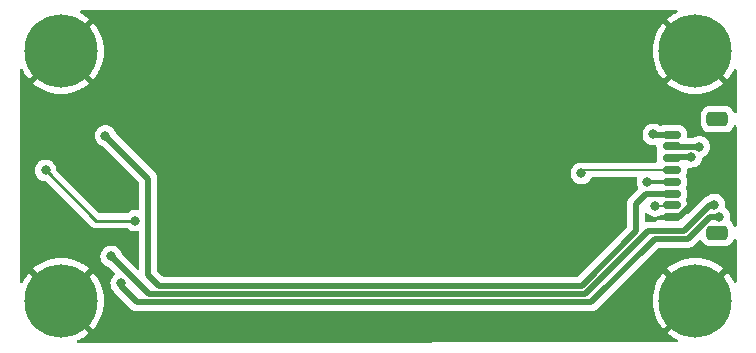
<source format=gbr>
G04 #@! TF.GenerationSoftware,KiCad,Pcbnew,(6.0.1-0)*
G04 #@! TF.CreationDate,2022-02-08T22:38:27+01:00*
G04 #@! TF.ProjectId,U:I WS,553a4920-5753-42e6-9b69-6361645f7063,rev?*
G04 #@! TF.SameCoordinates,Original*
G04 #@! TF.FileFunction,Copper,L2,Bot*
G04 #@! TF.FilePolarity,Positive*
%FSLAX46Y46*%
G04 Gerber Fmt 4.6, Leading zero omitted, Abs format (unit mm)*
G04 Created by KiCad (PCBNEW (6.0.1-0)) date 2022-02-08 22:38:27*
%MOMM*%
%LPD*%
G01*
G04 APERTURE LIST*
G04 Aperture macros list*
%AMRoundRect*
0 Rectangle with rounded corners*
0 $1 Rounding radius*
0 $2 $3 $4 $5 $6 $7 $8 $9 X,Y pos of 4 corners*
0 Add a 4 corners polygon primitive as box body*
4,1,4,$2,$3,$4,$5,$6,$7,$8,$9,$2,$3,0*
0 Add four circle primitives for the rounded corners*
1,1,$1+$1,$2,$3*
1,1,$1+$1,$4,$5*
1,1,$1+$1,$6,$7*
1,1,$1+$1,$8,$9*
0 Add four rect primitives between the rounded corners*
20,1,$1+$1,$2,$3,$4,$5,0*
20,1,$1+$1,$4,$5,$6,$7,0*
20,1,$1+$1,$6,$7,$8,$9,0*
20,1,$1+$1,$8,$9,$2,$3,0*%
G04 Aperture macros list end*
G04 #@! TA.AperFunction,ComponentPad*
%ADD10C,6.200000*%
G04 #@! TD*
G04 #@! TA.AperFunction,SMDPad,CuDef*
%ADD11RoundRect,0.150000X-0.625000X0.150000X-0.625000X-0.150000X0.625000X-0.150000X0.625000X0.150000X0*%
G04 #@! TD*
G04 #@! TA.AperFunction,SMDPad,CuDef*
%ADD12RoundRect,0.249600X-0.650400X0.350400X-0.650400X-0.350400X0.650400X-0.350400X0.650400X0.350400X0*%
G04 #@! TD*
G04 #@! TA.AperFunction,ViaPad*
%ADD13C,0.800000*%
G04 #@! TD*
G04 #@! TA.AperFunction,Conductor*
%ADD14C,0.500000*%
G04 #@! TD*
G04 #@! TA.AperFunction,Conductor*
%ADD15C,0.250000*%
G04 #@! TD*
G04 #@! TA.AperFunction,Conductor*
%ADD16C,0.200000*%
G04 #@! TD*
G04 #@! TA.AperFunction,Conductor*
%ADD17C,0.300000*%
G04 #@! TD*
G04 APERTURE END LIST*
D10*
X99450000Y-59300000D03*
X99450000Y-80429366D03*
X45759366Y-59300000D03*
X45759366Y-80429366D03*
D11*
X97450000Y-66364683D03*
X97450000Y-67364683D03*
X97450000Y-68364683D03*
X97450000Y-69364683D03*
X97450000Y-70364683D03*
X97450000Y-71364683D03*
X97450000Y-72364683D03*
X97450000Y-73364683D03*
D12*
X101325000Y-65064683D03*
X101325000Y-74664683D03*
D13*
X49326800Y-70840600D03*
X49631600Y-75184000D03*
X99350000Y-71800000D03*
X99300000Y-70700000D03*
X99250000Y-69550000D03*
X95900000Y-66350000D03*
X44450000Y-69400000D03*
X52050000Y-73650000D03*
X89800000Y-69640183D03*
X96050000Y-72400000D03*
X101500000Y-73300000D03*
X50850800Y-78943200D03*
X99800000Y-67400000D03*
X49504600Y-66471800D03*
X50001300Y-76682600D03*
X99100000Y-68300000D03*
X101050500Y-72300000D03*
X95400000Y-70400000D03*
D14*
X97450000Y-73364683D02*
X98072849Y-73364683D01*
X99350000Y-72087532D02*
X99350000Y-71800000D01*
X99300000Y-70600000D02*
X99300000Y-69400000D01*
X99300000Y-69400000D02*
X99250000Y-69350000D01*
X98072849Y-73364683D02*
X99350000Y-72087532D01*
X95914683Y-66364683D02*
X95900000Y-66350000D01*
X97450000Y-66364683D02*
X95914683Y-66364683D01*
D15*
X52050000Y-73650000D02*
X48700000Y-73650000D01*
X48700000Y-73650000D02*
X44450000Y-69400000D01*
D16*
X90075500Y-69364683D02*
X97450000Y-69364683D01*
X89800000Y-69640183D02*
X90075500Y-69364683D01*
X96050000Y-72400000D02*
X97414683Y-72400000D01*
X97414683Y-72400000D02*
X97450000Y-72364683D01*
D14*
X100700179Y-73300000D02*
X98800179Y-75200000D01*
X90656600Y-80543400D02*
X96000000Y-75200000D01*
X99800000Y-67400000D02*
X97485317Y-67400000D01*
X50850800Y-79222600D02*
X52171600Y-80543400D01*
X96000000Y-75200000D02*
X96800000Y-75200000D01*
X101500000Y-73300000D02*
X100700179Y-73300000D01*
X50850800Y-78943200D02*
X50850800Y-79222600D01*
X98800179Y-75200000D02*
X96800000Y-75200000D01*
X52171600Y-80543400D02*
X90656600Y-80543400D01*
X97485317Y-67400000D02*
X97450000Y-67364683D01*
X53150000Y-78250000D02*
X54044360Y-79144360D01*
X54044360Y-79144360D02*
X89819100Y-79144360D01*
X53150000Y-70117200D02*
X53150000Y-78250000D01*
X49504600Y-66471800D02*
X53150000Y-70117200D01*
X94400000Y-72250000D02*
X95285317Y-71364683D01*
X95285317Y-71364683D02*
X97450000Y-71364683D01*
X94400000Y-74563460D02*
X94400000Y-72250000D01*
X89819100Y-79144360D02*
X94400000Y-74563460D01*
X53162580Y-79843880D02*
X50001300Y-76682600D01*
X90108850Y-79843880D02*
X53162580Y-79843880D01*
X101050500Y-72300000D02*
X100710909Y-72300000D01*
X99100000Y-68300000D02*
X97514683Y-68300000D01*
X100710909Y-72300000D02*
X98510429Y-74500480D01*
X95452250Y-74500480D02*
X90108850Y-79843880D01*
X98510429Y-74500480D02*
X95452250Y-74500480D01*
X97514683Y-68300000D02*
X97450000Y-68364683D01*
D17*
X95435317Y-70364683D02*
X95400000Y-70400000D01*
X97450000Y-70364683D02*
X95435317Y-70364683D01*
G04 #@! TA.AperFunction,Conductor*
G36*
X97899426Y-55828002D02*
G01*
X97945919Y-55881658D01*
X97956023Y-55951932D01*
X97926529Y-56016512D01*
X97888508Y-56046267D01*
X97646467Y-56169594D01*
X97640756Y-56172891D01*
X97329136Y-56375259D01*
X97323785Y-56379147D01*
X97097270Y-56562576D01*
X97088802Y-56574834D01*
X97095135Y-56585924D01*
X99450000Y-58940790D01*
X102163212Y-61654001D01*
X102176285Y-61661140D01*
X102186655Y-61653681D01*
X102370853Y-61426215D01*
X102374741Y-61420864D01*
X102577109Y-61109244D01*
X102580406Y-61103534D01*
X102703733Y-60861491D01*
X102752481Y-60809876D01*
X102821396Y-60792810D01*
X102888598Y-60815711D01*
X102932750Y-60871308D01*
X102942000Y-60918694D01*
X102942000Y-64440226D01*
X102921998Y-64508347D01*
X102868342Y-64554840D01*
X102798068Y-64564944D01*
X102733488Y-64535450D01*
X102696476Y-64480102D01*
X102668900Y-64397448D01*
X102666585Y-64390508D01*
X102573563Y-64240185D01*
X102448453Y-64115294D01*
X102297968Y-64022534D01*
X102291019Y-64020229D01*
X102136711Y-63969046D01*
X102136709Y-63969045D01*
X102130180Y-63966880D01*
X102025773Y-63956183D01*
X101330404Y-63956183D01*
X100624228Y-63956184D01*
X100620984Y-63956521D01*
X100620976Y-63956521D01*
X100574968Y-63961295D01*
X100518516Y-63967152D01*
X100350825Y-64023098D01*
X100200502Y-64116120D01*
X100075611Y-64241230D01*
X99982851Y-64391715D01*
X99927197Y-64559503D01*
X99916500Y-64663910D01*
X99916501Y-65465455D01*
X99927469Y-65571167D01*
X99983415Y-65738858D01*
X100076437Y-65889181D01*
X100201547Y-66014072D01*
X100352032Y-66106832D01*
X100358980Y-66109137D01*
X100358981Y-66109137D01*
X100513289Y-66160320D01*
X100513291Y-66160321D01*
X100519820Y-66162486D01*
X100624227Y-66173183D01*
X101319596Y-66173183D01*
X102025772Y-66173182D01*
X102029016Y-66172845D01*
X102029024Y-66172845D01*
X102075032Y-66168071D01*
X102131484Y-66162214D01*
X102299175Y-66106268D01*
X102449498Y-66013246D01*
X102574389Y-65888136D01*
X102667149Y-65737651D01*
X102696407Y-65649443D01*
X102736838Y-65591083D01*
X102802403Y-65563847D01*
X102872284Y-65576381D01*
X102924296Y-65624706D01*
X102942000Y-65689111D01*
X102942000Y-74040226D01*
X102921998Y-74108347D01*
X102868342Y-74154840D01*
X102798068Y-74164944D01*
X102733488Y-74135450D01*
X102696476Y-74080102D01*
X102668900Y-73997448D01*
X102666585Y-73990508D01*
X102573563Y-73840185D01*
X102448453Y-73715294D01*
X102441236Y-73710846D01*
X102426026Y-73701469D01*
X102378533Y-73648696D01*
X102367111Y-73578625D01*
X102372310Y-73555274D01*
X102391502Y-73496206D01*
X102393542Y-73489928D01*
X102413504Y-73300000D01*
X102402342Y-73193803D01*
X102394232Y-73116635D01*
X102394232Y-73116633D01*
X102393542Y-73110072D01*
X102334527Y-72928444D01*
X102239040Y-72763056D01*
X102111253Y-72621134D01*
X102052870Y-72578716D01*
X102001946Y-72541717D01*
X101958592Y-72485494D01*
X101950697Y-72426611D01*
X101963314Y-72306565D01*
X101964004Y-72300000D01*
X101950420Y-72170755D01*
X101944732Y-72116635D01*
X101944732Y-72116633D01*
X101944042Y-72110072D01*
X101885027Y-71928444D01*
X101789540Y-71763056D01*
X101775859Y-71747861D01*
X101666175Y-71626045D01*
X101666174Y-71626044D01*
X101661753Y-71621134D01*
X101507252Y-71508882D01*
X101501224Y-71506198D01*
X101501222Y-71506197D01*
X101338819Y-71433891D01*
X101338818Y-71433891D01*
X101332788Y-71431206D01*
X101239387Y-71411353D01*
X101152444Y-71392872D01*
X101152439Y-71392872D01*
X101145987Y-71391500D01*
X100955013Y-71391500D01*
X100948561Y-71392872D01*
X100948556Y-71392872D01*
X100861613Y-71411353D01*
X100768212Y-71431206D01*
X100762182Y-71433891D01*
X100762181Y-71433891D01*
X100599778Y-71506197D01*
X100599776Y-71506198D01*
X100593748Y-71508882D01*
X100534696Y-71551786D01*
X100503631Y-71568287D01*
X100466585Y-71581735D01*
X100462507Y-71583135D01*
X100393010Y-71605648D01*
X100386755Y-71609444D01*
X100381296Y-71611943D01*
X100375848Y-71614671D01*
X100368972Y-71617167D01*
X100307919Y-71657195D01*
X100304236Y-71659519D01*
X100246595Y-71694496D01*
X100246591Y-71694499D01*
X100241802Y-71697405D01*
X100237603Y-71701114D01*
X100237598Y-71701117D01*
X100233425Y-71704803D01*
X100233401Y-71704776D01*
X100230409Y-71707429D01*
X100227176Y-71710132D01*
X100221057Y-71714144D01*
X100216025Y-71719456D01*
X100167781Y-71770383D01*
X100165403Y-71772825D01*
X98902606Y-73035622D01*
X98840294Y-73069648D01*
X98769479Y-73064583D01*
X98712643Y-73022036D01*
X98692515Y-72981682D01*
X98685895Y-72958899D01*
X98679648Y-72944462D01*
X98670689Y-72929313D01*
X98653230Y-72860497D01*
X98670690Y-72801035D01*
X98684145Y-72778284D01*
X98691547Y-72752808D01*
X98728767Y-72624691D01*
X98730562Y-72618514D01*
X98732318Y-72596213D01*
X98733307Y-72583641D01*
X98733307Y-72583633D01*
X98733500Y-72581185D01*
X98733500Y-72148181D01*
X98730562Y-72110852D01*
X98684145Y-71951082D01*
X98674474Y-71934729D01*
X98670980Y-71928820D01*
X98653522Y-71860004D01*
X98670980Y-71800546D01*
X98680109Y-71785109D01*
X98680110Y-71785107D01*
X98684145Y-71778284D01*
X98686362Y-71770655D01*
X98728767Y-71624691D01*
X98730562Y-71618514D01*
X98731080Y-71611943D01*
X98733307Y-71583641D01*
X98733307Y-71583633D01*
X98733500Y-71581185D01*
X98733500Y-71148181D01*
X98730562Y-71110852D01*
X98684145Y-70951082D01*
X98680109Y-70944257D01*
X98670980Y-70928820D01*
X98653522Y-70860004D01*
X98670980Y-70800546D01*
X98680109Y-70785109D01*
X98680110Y-70785107D01*
X98684145Y-70778284D01*
X98730562Y-70618514D01*
X98733500Y-70581185D01*
X98733500Y-70148181D01*
X98733307Y-70145725D01*
X98731067Y-70117262D01*
X98731066Y-70117257D01*
X98730562Y-70110852D01*
X98694635Y-69987190D01*
X98686357Y-69958695D01*
X98686356Y-69958693D01*
X98684145Y-69951082D01*
X98680109Y-69944257D01*
X98670980Y-69928820D01*
X98653522Y-69860004D01*
X98670980Y-69800546D01*
X98680109Y-69785109D01*
X98680110Y-69785107D01*
X98684145Y-69778284D01*
X98730562Y-69618514D01*
X98733500Y-69581185D01*
X98733500Y-69306492D01*
X98753502Y-69238371D01*
X98807158Y-69191878D01*
X98877432Y-69181774D01*
X98885697Y-69183245D01*
X98998056Y-69207128D01*
X98998061Y-69207128D01*
X99004513Y-69208500D01*
X99195487Y-69208500D01*
X99201939Y-69207128D01*
X99201944Y-69207128D01*
X99288888Y-69188647D01*
X99382288Y-69168794D01*
X99529528Y-69103239D01*
X99550722Y-69093803D01*
X99550724Y-69093802D01*
X99556752Y-69091118D01*
X99711253Y-68978866D01*
X99727054Y-68961317D01*
X99834621Y-68841852D01*
X99834622Y-68841851D01*
X99839040Y-68836944D01*
X99934527Y-68671556D01*
X99993542Y-68489928D01*
X100005994Y-68371456D01*
X100033007Y-68305799D01*
X100083295Y-68271055D01*
X100082288Y-68268794D01*
X100250722Y-68193803D01*
X100250724Y-68193802D01*
X100256752Y-68191118D01*
X100411253Y-68078866D01*
X100415675Y-68073955D01*
X100534621Y-67941852D01*
X100534622Y-67941851D01*
X100539040Y-67936944D01*
X100634527Y-67771556D01*
X100693542Y-67589928D01*
X100694721Y-67578716D01*
X100712814Y-67406565D01*
X100713504Y-67400000D01*
X100703280Y-67302722D01*
X100694232Y-67216635D01*
X100694232Y-67216633D01*
X100693542Y-67210072D01*
X100634527Y-67028444D01*
X100539040Y-66863056D01*
X100411253Y-66721134D01*
X100301647Y-66641500D01*
X100262094Y-66612763D01*
X100262093Y-66612762D01*
X100256752Y-66608882D01*
X100250724Y-66606198D01*
X100250722Y-66606197D01*
X100088319Y-66533891D01*
X100088318Y-66533891D01*
X100082288Y-66531206D01*
X99988887Y-66511353D01*
X99901944Y-66492872D01*
X99901939Y-66492872D01*
X99895487Y-66491500D01*
X99704513Y-66491500D01*
X99698061Y-66492872D01*
X99698056Y-66492872D01*
X99611113Y-66511353D01*
X99517712Y-66531206D01*
X99511682Y-66533891D01*
X99511681Y-66533891D01*
X99349278Y-66606197D01*
X99349276Y-66606198D01*
X99343248Y-66608882D01*
X99337909Y-66612761D01*
X99337902Y-66612765D01*
X99331472Y-66617437D01*
X99257413Y-66641500D01*
X98859500Y-66641500D01*
X98791379Y-66621498D01*
X98744886Y-66567842D01*
X98733500Y-66515500D01*
X98733500Y-66148181D01*
X98730562Y-66110852D01*
X98684145Y-65951082D01*
X98643859Y-65882962D01*
X98603491Y-65814703D01*
X98603489Y-65814700D01*
X98599453Y-65807876D01*
X98481807Y-65690230D01*
X98474983Y-65686194D01*
X98474980Y-65686192D01*
X98345427Y-65609575D01*
X98345428Y-65609575D01*
X98338601Y-65605538D01*
X98330990Y-65603327D01*
X98330988Y-65603326D01*
X98257991Y-65582119D01*
X98178831Y-65559121D01*
X98172426Y-65558617D01*
X98172421Y-65558616D01*
X98143958Y-65556376D01*
X98143950Y-65556376D01*
X98141502Y-65556183D01*
X96758498Y-65556183D01*
X96756050Y-65556376D01*
X96756042Y-65556376D01*
X96727579Y-65558616D01*
X96727574Y-65558617D01*
X96721169Y-65559121D01*
X96714993Y-65560915D01*
X96714989Y-65560916D01*
X96576398Y-65601180D01*
X96541246Y-65606183D01*
X96462796Y-65606183D01*
X96388735Y-65582119D01*
X96362094Y-65562763D01*
X96362093Y-65562762D01*
X96356752Y-65558882D01*
X96350724Y-65556198D01*
X96350722Y-65556197D01*
X96188319Y-65483891D01*
X96188318Y-65483891D01*
X96182288Y-65481206D01*
X96088888Y-65461353D01*
X96001944Y-65442872D01*
X96001939Y-65442872D01*
X95995487Y-65441500D01*
X95804513Y-65441500D01*
X95798061Y-65442872D01*
X95798056Y-65442872D01*
X95711112Y-65461353D01*
X95617712Y-65481206D01*
X95611682Y-65483891D01*
X95611681Y-65483891D01*
X95449278Y-65556197D01*
X95449276Y-65556198D01*
X95443248Y-65558882D01*
X95288747Y-65671134D01*
X95284326Y-65676044D01*
X95284325Y-65676045D01*
X95222168Y-65745078D01*
X95160960Y-65813056D01*
X95065473Y-65978444D01*
X95006458Y-66160072D01*
X95005768Y-66166633D01*
X95005768Y-66166635D01*
X95005114Y-66172855D01*
X94986496Y-66350000D01*
X94987186Y-66356565D01*
X95003891Y-66515500D01*
X95006458Y-66539928D01*
X95065473Y-66721556D01*
X95160960Y-66886944D01*
X95165378Y-66891851D01*
X95165379Y-66891852D01*
X95270629Y-67008744D01*
X95288747Y-67028866D01*
X95443248Y-67141118D01*
X95449276Y-67143802D01*
X95449278Y-67143803D01*
X95584021Y-67203794D01*
X95617712Y-67218794D01*
X95711112Y-67238647D01*
X95798056Y-67257128D01*
X95798061Y-67257128D01*
X95804513Y-67258500D01*
X95995487Y-67258500D01*
X96001942Y-67257128D01*
X96001951Y-67257127D01*
X96014306Y-67254501D01*
X96085097Y-67259904D01*
X96141728Y-67302722D01*
X96166221Y-67369361D01*
X96166500Y-67377748D01*
X96166500Y-67581185D01*
X96169438Y-67618514D01*
X96215855Y-67778284D01*
X96219890Y-67785107D01*
X96219891Y-67785109D01*
X96229020Y-67800546D01*
X96246478Y-67869362D01*
X96229020Y-67928820D01*
X96219891Y-67944257D01*
X96215855Y-67951082D01*
X96169438Y-68110852D01*
X96166500Y-68148181D01*
X96166500Y-68581185D01*
X96166693Y-68583633D01*
X96166693Y-68583641D01*
X96169438Y-68618514D01*
X96166920Y-68618712D01*
X96160673Y-68678128D01*
X96116255Y-68733514D01*
X96044152Y-68756183D01*
X90123636Y-68756183D01*
X90107193Y-68755105D01*
X90075500Y-68750933D01*
X90041728Y-68755379D01*
X89999089Y-68753704D01*
X89970402Y-68747606D01*
X89901944Y-68733055D01*
X89901940Y-68733055D01*
X89895487Y-68731683D01*
X89704513Y-68731683D01*
X89698061Y-68733055D01*
X89698056Y-68733055D01*
X89613949Y-68750933D01*
X89517712Y-68771389D01*
X89511682Y-68774074D01*
X89511681Y-68774074D01*
X89349278Y-68846380D01*
X89349276Y-68846381D01*
X89343248Y-68849065D01*
X89188747Y-68961317D01*
X89184326Y-68966227D01*
X89184325Y-68966228D01*
X89122647Y-69034729D01*
X89060960Y-69103239D01*
X88965473Y-69268627D01*
X88906458Y-69450255D01*
X88886496Y-69640183D01*
X88887186Y-69646748D01*
X88903952Y-69806264D01*
X88906458Y-69830111D01*
X88965473Y-70011739D01*
X88968776Y-70017461D01*
X88968777Y-70017462D01*
X88984499Y-70044693D01*
X89060960Y-70177127D01*
X89065378Y-70182034D01*
X89065379Y-70182035D01*
X89178013Y-70307128D01*
X89188747Y-70319049D01*
X89343248Y-70431301D01*
X89349276Y-70433985D01*
X89349278Y-70433986D01*
X89511681Y-70506292D01*
X89517712Y-70508977D01*
X89611112Y-70528830D01*
X89698056Y-70547311D01*
X89698061Y-70547311D01*
X89704513Y-70548683D01*
X89895487Y-70548683D01*
X89901939Y-70547311D01*
X89901944Y-70547311D01*
X89988888Y-70528830D01*
X90082288Y-70508977D01*
X90088319Y-70506292D01*
X90250722Y-70433986D01*
X90250724Y-70433985D01*
X90256752Y-70431301D01*
X90411253Y-70319049D01*
X90421987Y-70307128D01*
X90534621Y-70182035D01*
X90534622Y-70182034D01*
X90539040Y-70177127D01*
X90620414Y-70036183D01*
X90671796Y-69987190D01*
X90729533Y-69973183D01*
X94410004Y-69973183D01*
X94478125Y-69993185D01*
X94524618Y-70046841D01*
X94534722Y-70117115D01*
X94529837Y-70138119D01*
X94506458Y-70210072D01*
X94486496Y-70400000D01*
X94487186Y-70406565D01*
X94505280Y-70578716D01*
X94506458Y-70589928D01*
X94565473Y-70771556D01*
X94568776Y-70777278D01*
X94568777Y-70777279D01*
X94605084Y-70840164D01*
X94621822Y-70909159D01*
X94598602Y-70976251D01*
X94585060Y-70992259D01*
X93911089Y-71666230D01*
X93896677Y-71678616D01*
X93885082Y-71687149D01*
X93885077Y-71687154D01*
X93879182Y-71691492D01*
X93874443Y-71697070D01*
X93874440Y-71697073D01*
X93844965Y-71731768D01*
X93838035Y-71739284D01*
X93832340Y-71744979D01*
X93830060Y-71747861D01*
X93814719Y-71767251D01*
X93811928Y-71770655D01*
X93786534Y-71800546D01*
X93764667Y-71826285D01*
X93761339Y-71832801D01*
X93757972Y-71837850D01*
X93754805Y-71842979D01*
X93750266Y-71848716D01*
X93719345Y-71914875D01*
X93717442Y-71918769D01*
X93684231Y-71983808D01*
X93682492Y-71990916D01*
X93680393Y-71996559D01*
X93678476Y-72002322D01*
X93675378Y-72008950D01*
X93673888Y-72016112D01*
X93673888Y-72016113D01*
X93660514Y-72080412D01*
X93659544Y-72084696D01*
X93642192Y-72155610D01*
X93641500Y-72166764D01*
X93641464Y-72166762D01*
X93641225Y-72170755D01*
X93640851Y-72174947D01*
X93639360Y-72182115D01*
X93639558Y-72189432D01*
X93641454Y-72259521D01*
X93641500Y-72262928D01*
X93641500Y-74197089D01*
X93621498Y-74265210D01*
X93604595Y-74286184D01*
X89541824Y-78348955D01*
X89479512Y-78382981D01*
X89452729Y-78385860D01*
X54410731Y-78385860D01*
X54342610Y-78365858D01*
X54321636Y-78348955D01*
X53945405Y-77972724D01*
X53911379Y-77910412D01*
X53908500Y-77883629D01*
X53908500Y-70184269D01*
X53909933Y-70165318D01*
X53912099Y-70151083D01*
X53912099Y-70151081D01*
X53913199Y-70143851D01*
X53911037Y-70117262D01*
X53908915Y-70091182D01*
X53908500Y-70080967D01*
X53908500Y-70072907D01*
X53905211Y-70044693D01*
X53904778Y-70040318D01*
X53899454Y-69974861D01*
X53899453Y-69974858D01*
X53898860Y-69967563D01*
X53896604Y-69960599D01*
X53895413Y-69954640D01*
X53894029Y-69948785D01*
X53893182Y-69941519D01*
X53868265Y-69872873D01*
X53866848Y-69868745D01*
X53846607Y-69806264D01*
X53846606Y-69806262D01*
X53844351Y-69799301D01*
X53840555Y-69793046D01*
X53838049Y-69787572D01*
X53835330Y-69782142D01*
X53832833Y-69775263D01*
X53792814Y-69714224D01*
X53790467Y-69710505D01*
X53752595Y-69648093D01*
X53745197Y-69639716D01*
X53745224Y-69639692D01*
X53742571Y-69636700D01*
X53739868Y-69633467D01*
X53735856Y-69627348D01*
X53679617Y-69574072D01*
X53677175Y-69571694D01*
X50424725Y-66319244D01*
X50393987Y-66269085D01*
X50362827Y-66173183D01*
X50339127Y-66100244D01*
X50243640Y-65934856D01*
X50196915Y-65882962D01*
X50120275Y-65797845D01*
X50120274Y-65797844D01*
X50115853Y-65792934D01*
X49974494Y-65690230D01*
X49966694Y-65684563D01*
X49966693Y-65684562D01*
X49961352Y-65680682D01*
X49955324Y-65677998D01*
X49955322Y-65677997D01*
X49792919Y-65605691D01*
X49792918Y-65605691D01*
X49786888Y-65603006D01*
X49688623Y-65582119D01*
X49606544Y-65564672D01*
X49606539Y-65564672D01*
X49600087Y-65563300D01*
X49409113Y-65563300D01*
X49402661Y-65564672D01*
X49402656Y-65564672D01*
X49320577Y-65582119D01*
X49222312Y-65603006D01*
X49216282Y-65605691D01*
X49216281Y-65605691D01*
X49053878Y-65677997D01*
X49053876Y-65677998D01*
X49047848Y-65680682D01*
X49042507Y-65684562D01*
X49042506Y-65684563D01*
X49034706Y-65690230D01*
X48893347Y-65792934D01*
X48888926Y-65797844D01*
X48888925Y-65797845D01*
X48812286Y-65882962D01*
X48765560Y-65934856D01*
X48670073Y-66100244D01*
X48611058Y-66281872D01*
X48610368Y-66288433D01*
X48610368Y-66288435D01*
X48591786Y-66465235D01*
X48591096Y-66471800D01*
X48591786Y-66478365D01*
X48605912Y-66612763D01*
X48611058Y-66661728D01*
X48670073Y-66843356D01*
X48765560Y-67008744D01*
X48769978Y-67013651D01*
X48769979Y-67013652D01*
X48888925Y-67145755D01*
X48893347Y-67150666D01*
X49047848Y-67262918D01*
X49053876Y-67265602D01*
X49053878Y-67265603D01*
X49216281Y-67337909D01*
X49222312Y-67340594D01*
X49228767Y-67341966D01*
X49228776Y-67341969D01*
X49285372Y-67353999D01*
X49348269Y-67388150D01*
X52354595Y-70394476D01*
X52388621Y-70456788D01*
X52391500Y-70483571D01*
X52391500Y-72638194D01*
X52371498Y-72706315D01*
X52317842Y-72752808D01*
X52247568Y-72762912D01*
X52239303Y-72761441D01*
X52151944Y-72742872D01*
X52151939Y-72742872D01*
X52145487Y-72741500D01*
X51954513Y-72741500D01*
X51948061Y-72742872D01*
X51948056Y-72742872D01*
X51861113Y-72761353D01*
X51767712Y-72781206D01*
X51761682Y-72783891D01*
X51761681Y-72783891D01*
X51599278Y-72856197D01*
X51599276Y-72856198D01*
X51593248Y-72858882D01*
X51587907Y-72862762D01*
X51587906Y-72862763D01*
X51496308Y-72929313D01*
X51438747Y-72971134D01*
X51434332Y-72976037D01*
X51429420Y-72980460D01*
X51428295Y-72979211D01*
X51374986Y-73012051D01*
X51341800Y-73016500D01*
X49014594Y-73016500D01*
X48946473Y-72996498D01*
X48925499Y-72979595D01*
X45397122Y-69451217D01*
X45363096Y-69388905D01*
X45360907Y-69375292D01*
X45344232Y-69216635D01*
X45344232Y-69216633D01*
X45343542Y-69210072D01*
X45284527Y-69028444D01*
X45189040Y-68863056D01*
X45176443Y-68849065D01*
X45065675Y-68726045D01*
X45065674Y-68726044D01*
X45061253Y-68721134D01*
X44906752Y-68608882D01*
X44900724Y-68606198D01*
X44900722Y-68606197D01*
X44738319Y-68533891D01*
X44738318Y-68533891D01*
X44732288Y-68531206D01*
X44638887Y-68511353D01*
X44551944Y-68492872D01*
X44551939Y-68492872D01*
X44545487Y-68491500D01*
X44354513Y-68491500D01*
X44348061Y-68492872D01*
X44348056Y-68492872D01*
X44261113Y-68511353D01*
X44167712Y-68531206D01*
X44161682Y-68533891D01*
X44161681Y-68533891D01*
X43999278Y-68606197D01*
X43999276Y-68606198D01*
X43993248Y-68608882D01*
X43838747Y-68721134D01*
X43834326Y-68726044D01*
X43834325Y-68726045D01*
X43723558Y-68849065D01*
X43710960Y-68863056D01*
X43615473Y-69028444D01*
X43556458Y-69210072D01*
X43536496Y-69400000D01*
X43537186Y-69406565D01*
X43555280Y-69578716D01*
X43556458Y-69589928D01*
X43615473Y-69771556D01*
X43710960Y-69936944D01*
X43715378Y-69941851D01*
X43715379Y-69941852D01*
X43830100Y-70069263D01*
X43838747Y-70078866D01*
X43993248Y-70191118D01*
X43999276Y-70193802D01*
X43999278Y-70193803D01*
X44050560Y-70216635D01*
X44167712Y-70268794D01*
X44261113Y-70288647D01*
X44348056Y-70307128D01*
X44348061Y-70307128D01*
X44354513Y-70308500D01*
X44410406Y-70308500D01*
X44478527Y-70328502D01*
X44499501Y-70345405D01*
X48196343Y-74042247D01*
X48203887Y-74050537D01*
X48208000Y-74057018D01*
X48213777Y-74062443D01*
X48257667Y-74103658D01*
X48260509Y-74106413D01*
X48280231Y-74126135D01*
X48283355Y-74128558D01*
X48283359Y-74128562D01*
X48283424Y-74128612D01*
X48292445Y-74136317D01*
X48324679Y-74166586D01*
X48331627Y-74170405D01*
X48331629Y-74170407D01*
X48342432Y-74176346D01*
X48358959Y-74187202D01*
X48368698Y-74194757D01*
X48368700Y-74194758D01*
X48374960Y-74199614D01*
X48415540Y-74217174D01*
X48426188Y-74222391D01*
X48464940Y-74243695D01*
X48472616Y-74245666D01*
X48472619Y-74245667D01*
X48484562Y-74248733D01*
X48503267Y-74255137D01*
X48521855Y-74263181D01*
X48529678Y-74264420D01*
X48529688Y-74264423D01*
X48565524Y-74270099D01*
X48577144Y-74272505D01*
X48612289Y-74281528D01*
X48619970Y-74283500D01*
X48640224Y-74283500D01*
X48659934Y-74285051D01*
X48679943Y-74288220D01*
X48687835Y-74287474D01*
X48723961Y-74284059D01*
X48735819Y-74283500D01*
X51341800Y-74283500D01*
X51409921Y-74303502D01*
X51429147Y-74319843D01*
X51429420Y-74319540D01*
X51434332Y-74323963D01*
X51438747Y-74328866D01*
X51593248Y-74441118D01*
X51599276Y-74443802D01*
X51599278Y-74443803D01*
X51708499Y-74492431D01*
X51767712Y-74518794D01*
X51861112Y-74538647D01*
X51948056Y-74557128D01*
X51948061Y-74557128D01*
X51954513Y-74558500D01*
X52145487Y-74558500D01*
X52151939Y-74557128D01*
X52151944Y-74557128D01*
X52239303Y-74538559D01*
X52310094Y-74543961D01*
X52366727Y-74586778D01*
X52391220Y-74653416D01*
X52391500Y-74661806D01*
X52391500Y-77695929D01*
X52371498Y-77764050D01*
X52317842Y-77810543D01*
X52247568Y-77820647D01*
X52182988Y-77791153D01*
X52176405Y-77785024D01*
X50921425Y-76530044D01*
X50890687Y-76479885D01*
X50837869Y-76317329D01*
X50835827Y-76311044D01*
X50740340Y-76145656D01*
X50612553Y-76003734D01*
X50458052Y-75891482D01*
X50452024Y-75888798D01*
X50452022Y-75888797D01*
X50289619Y-75816491D01*
X50289618Y-75816491D01*
X50283588Y-75813806D01*
X50179207Y-75791619D01*
X50103244Y-75775472D01*
X50103239Y-75775472D01*
X50096787Y-75774100D01*
X49905813Y-75774100D01*
X49899361Y-75775472D01*
X49899356Y-75775472D01*
X49823393Y-75791619D01*
X49719012Y-75813806D01*
X49712982Y-75816491D01*
X49712981Y-75816491D01*
X49550578Y-75888797D01*
X49550576Y-75888798D01*
X49544548Y-75891482D01*
X49390047Y-76003734D01*
X49262260Y-76145656D01*
X49166773Y-76311044D01*
X49107758Y-76492672D01*
X49087796Y-76682600D01*
X49088486Y-76689165D01*
X49103995Y-76836721D01*
X49107758Y-76872528D01*
X49166773Y-77054156D01*
X49262260Y-77219544D01*
X49266678Y-77224451D01*
X49266679Y-77224452D01*
X49336724Y-77302245D01*
X49390047Y-77361466D01*
X49544548Y-77473718D01*
X49550576Y-77476402D01*
X49550578Y-77476403D01*
X49613998Y-77504639D01*
X49719012Y-77551394D01*
X49725467Y-77552766D01*
X49725476Y-77552769D01*
X49782072Y-77564799D01*
X49844969Y-77598950D01*
X50292078Y-78046059D01*
X50326104Y-78108371D01*
X50321039Y-78179186D01*
X50277045Y-78237089D01*
X50244894Y-78260449D01*
X50239547Y-78264334D01*
X50235126Y-78269244D01*
X50235125Y-78269245D01*
X50130125Y-78385860D01*
X50111760Y-78406256D01*
X50016273Y-78571644D01*
X49957258Y-78753272D01*
X49937296Y-78943200D01*
X49957258Y-79133128D01*
X50016273Y-79314756D01*
X50111760Y-79480144D01*
X50135459Y-79506464D01*
X50155119Y-79536392D01*
X50156449Y-79540499D01*
X50160249Y-79546761D01*
X50162763Y-79552252D01*
X50165470Y-79557658D01*
X50167967Y-79564537D01*
X50171980Y-79570657D01*
X50171980Y-79570658D01*
X50207986Y-79625576D01*
X50210323Y-79629280D01*
X50248205Y-79691707D01*
X50251921Y-79695915D01*
X50251922Y-79695916D01*
X50255603Y-79700084D01*
X50255576Y-79700108D01*
X50258229Y-79703100D01*
X50260932Y-79706333D01*
X50264944Y-79712452D01*
X50270256Y-79717484D01*
X50321183Y-79765728D01*
X50323625Y-79768106D01*
X51587830Y-81032311D01*
X51600216Y-81046723D01*
X51608749Y-81058318D01*
X51608754Y-81058323D01*
X51613092Y-81064218D01*
X51618670Y-81068957D01*
X51618673Y-81068960D01*
X51653368Y-81098435D01*
X51660884Y-81105365D01*
X51666579Y-81111060D01*
X51669461Y-81113340D01*
X51688851Y-81128681D01*
X51692255Y-81131472D01*
X51742303Y-81173991D01*
X51747885Y-81178733D01*
X51754401Y-81182061D01*
X51759450Y-81185428D01*
X51764579Y-81188595D01*
X51770316Y-81193134D01*
X51836475Y-81224055D01*
X51840369Y-81225958D01*
X51905408Y-81259169D01*
X51912516Y-81260908D01*
X51918159Y-81263007D01*
X51923922Y-81264924D01*
X51930550Y-81268022D01*
X51937712Y-81269512D01*
X51937713Y-81269512D01*
X52002012Y-81282886D01*
X52006296Y-81283856D01*
X52077210Y-81301208D01*
X52082812Y-81301556D01*
X52082815Y-81301556D01*
X52088364Y-81301900D01*
X52088362Y-81301936D01*
X52092355Y-81302175D01*
X52096547Y-81302549D01*
X52103715Y-81304040D01*
X52181120Y-81301946D01*
X52184528Y-81301900D01*
X90589530Y-81301900D01*
X90608480Y-81303333D01*
X90622715Y-81305499D01*
X90622719Y-81305499D01*
X90629949Y-81306599D01*
X90637241Y-81306006D01*
X90637244Y-81306006D01*
X90682618Y-81302315D01*
X90692833Y-81301900D01*
X90700893Y-81301900D01*
X90718280Y-81299873D01*
X90729107Y-81298611D01*
X90733482Y-81298178D01*
X90798939Y-81292854D01*
X90798942Y-81292853D01*
X90806237Y-81292260D01*
X90813201Y-81290004D01*
X90819160Y-81288813D01*
X90825015Y-81287429D01*
X90832281Y-81286582D01*
X90900927Y-81261665D01*
X90905055Y-81260248D01*
X90967536Y-81240007D01*
X90967538Y-81240006D01*
X90974499Y-81237751D01*
X90980754Y-81233955D01*
X90986228Y-81231449D01*
X90991658Y-81228730D01*
X90998537Y-81226233D01*
X91004658Y-81222220D01*
X91059576Y-81186214D01*
X91063280Y-81183877D01*
X91125707Y-81145995D01*
X91134084Y-81138597D01*
X91134108Y-81138624D01*
X91137100Y-81135971D01*
X91140333Y-81133268D01*
X91146452Y-81129256D01*
X91199728Y-81073017D01*
X91202106Y-81070575D01*
X91840014Y-80432667D01*
X95837222Y-80432667D01*
X95856669Y-80803732D01*
X95857355Y-80810270D01*
X95915485Y-81177280D01*
X95916856Y-81183730D01*
X96013024Y-81542637D01*
X96015065Y-81548919D01*
X96148221Y-81895801D01*
X96150903Y-81901826D01*
X96319594Y-82232900D01*
X96322891Y-82238610D01*
X96525259Y-82550230D01*
X96529147Y-82555581D01*
X96712576Y-82782096D01*
X96724834Y-82790564D01*
X96735924Y-82784231D01*
X99077980Y-80442176D01*
X99085592Y-80428235D01*
X99085461Y-80426400D01*
X99081210Y-80419786D01*
X96736790Y-78075367D01*
X96723714Y-78068227D01*
X96713346Y-78075684D01*
X96529147Y-78303151D01*
X96525259Y-78308502D01*
X96322891Y-78620122D01*
X96319594Y-78625832D01*
X96150903Y-78956906D01*
X96148221Y-78962931D01*
X96015065Y-79309813D01*
X96013024Y-79316095D01*
X95916856Y-79675002D01*
X95915485Y-79681452D01*
X95857355Y-80048462D01*
X95856669Y-80055000D01*
X95837222Y-80426065D01*
X95837222Y-80432667D01*
X91840014Y-80432667D01*
X94568481Y-77704200D01*
X97088802Y-77704200D01*
X97095135Y-77715290D01*
X99437190Y-80057346D01*
X99451131Y-80064958D01*
X99452966Y-80064827D01*
X99459580Y-80060576D01*
X101803999Y-77716156D01*
X101811139Y-77703080D01*
X101803682Y-77692712D01*
X101576200Y-77508501D01*
X101570885Y-77504639D01*
X101259227Y-77302245D01*
X101253550Y-77298968D01*
X100922460Y-77130269D01*
X100916435Y-77127587D01*
X100569553Y-76994431D01*
X100563271Y-76992390D01*
X100204364Y-76896222D01*
X100197914Y-76894851D01*
X99830904Y-76836721D01*
X99824366Y-76836035D01*
X99453301Y-76816588D01*
X99446699Y-76816588D01*
X99075634Y-76836035D01*
X99069096Y-76836721D01*
X98702086Y-76894851D01*
X98695636Y-76896222D01*
X98336729Y-76992390D01*
X98330447Y-76994431D01*
X97983565Y-77127587D01*
X97977540Y-77130269D01*
X97646466Y-77298960D01*
X97640756Y-77302257D01*
X97329136Y-77504625D01*
X97323785Y-77508513D01*
X97097270Y-77691942D01*
X97088802Y-77704200D01*
X94568481Y-77704200D01*
X96277276Y-75995405D01*
X96339588Y-75961379D01*
X96366371Y-75958500D01*
X98733109Y-75958500D01*
X98752059Y-75959933D01*
X98766294Y-75962099D01*
X98766298Y-75962099D01*
X98773528Y-75963199D01*
X98780820Y-75962606D01*
X98780823Y-75962606D01*
X98826197Y-75958915D01*
X98836412Y-75958500D01*
X98844472Y-75958500D01*
X98857762Y-75956951D01*
X98872686Y-75955211D01*
X98877061Y-75954778D01*
X98942518Y-75949454D01*
X98942521Y-75949453D01*
X98949816Y-75948860D01*
X98956780Y-75946604D01*
X98962739Y-75945413D01*
X98968594Y-75944029D01*
X98975860Y-75943182D01*
X99044506Y-75918265D01*
X99048634Y-75916848D01*
X99111115Y-75896607D01*
X99111117Y-75896606D01*
X99118078Y-75894351D01*
X99124333Y-75890555D01*
X99129807Y-75888049D01*
X99135237Y-75885330D01*
X99142116Y-75882833D01*
X99203155Y-75842814D01*
X99206859Y-75840477D01*
X99269286Y-75802595D01*
X99277663Y-75795197D01*
X99277687Y-75795224D01*
X99280679Y-75792571D01*
X99283912Y-75789868D01*
X99290031Y-75785856D01*
X99343307Y-75729617D01*
X99345685Y-75727175D01*
X99777484Y-75295376D01*
X99839796Y-75261350D01*
X99910611Y-75266415D01*
X99967447Y-75308962D01*
X99980683Y-75331026D01*
X99981097Y-75331909D01*
X99983415Y-75338858D01*
X100076437Y-75489181D01*
X100201547Y-75614072D01*
X100352032Y-75706832D01*
X100358980Y-75709137D01*
X100358981Y-75709137D01*
X100513289Y-75760320D01*
X100513291Y-75760321D01*
X100519820Y-75762486D01*
X100624227Y-75773183D01*
X101319596Y-75773183D01*
X102025772Y-75773182D01*
X102029016Y-75772845D01*
X102029024Y-75772845D01*
X102075032Y-75768071D01*
X102131484Y-75762214D01*
X102299175Y-75706268D01*
X102449498Y-75613246D01*
X102574389Y-75488136D01*
X102667149Y-75337651D01*
X102683249Y-75289111D01*
X102696407Y-75249443D01*
X102736838Y-75191083D01*
X102802403Y-75163847D01*
X102872284Y-75176381D01*
X102924296Y-75224706D01*
X102942000Y-75289111D01*
X102942000Y-78810672D01*
X102921998Y-78878793D01*
X102868342Y-78925286D01*
X102798068Y-78935390D01*
X102733488Y-78905896D01*
X102703733Y-78867875D01*
X102580406Y-78625832D01*
X102577109Y-78620122D01*
X102374741Y-78308502D01*
X102370853Y-78303151D01*
X102187424Y-78076636D01*
X102175166Y-78068168D01*
X102164076Y-78074501D01*
X99450000Y-80788576D01*
X97096001Y-83142576D01*
X97088861Y-83155652D01*
X97096319Y-83166021D01*
X97323800Y-83350231D01*
X97329115Y-83354093D01*
X97640773Y-83556487D01*
X97646450Y-83559764D01*
X97932568Y-83705549D01*
X97984183Y-83754298D01*
X98001249Y-83823212D01*
X97978348Y-83890414D01*
X97922751Y-83934566D01*
X97875510Y-83943816D01*
X56099350Y-83991999D01*
X56098310Y-83991999D01*
X47226086Y-83992000D01*
X47157965Y-83971998D01*
X47111472Y-83918342D01*
X47101368Y-83848068D01*
X47130862Y-83783488D01*
X47180931Y-83748369D01*
X47225807Y-83731142D01*
X47231826Y-83728463D01*
X47562916Y-83559764D01*
X47568593Y-83556487D01*
X47880251Y-83354093D01*
X47885566Y-83350231D01*
X48112096Y-83166790D01*
X48120564Y-83154532D01*
X48114231Y-83143442D01*
X45401287Y-80430497D01*
X46123774Y-80430497D01*
X46123905Y-80432332D01*
X46128156Y-80438946D01*
X48472576Y-82783365D01*
X48485652Y-82790505D01*
X48496020Y-82783048D01*
X48680219Y-82555581D01*
X48684107Y-82550230D01*
X48886475Y-82238610D01*
X48889772Y-82232900D01*
X49058463Y-81901826D01*
X49061145Y-81895801D01*
X49194301Y-81548919D01*
X49196342Y-81542637D01*
X49292510Y-81183730D01*
X49293881Y-81177280D01*
X49352011Y-80810270D01*
X49352697Y-80803732D01*
X49372144Y-80432667D01*
X49372144Y-80426065D01*
X49352697Y-80055000D01*
X49352011Y-80048462D01*
X49293881Y-79681452D01*
X49292510Y-79675002D01*
X49196342Y-79316095D01*
X49194301Y-79309813D01*
X49061145Y-78962931D01*
X49058463Y-78956906D01*
X48889772Y-78625832D01*
X48886475Y-78620122D01*
X48684107Y-78308502D01*
X48680219Y-78303151D01*
X48496790Y-78076636D01*
X48484532Y-78068168D01*
X48473442Y-78074501D01*
X46131386Y-80416556D01*
X46123774Y-80430497D01*
X45401287Y-80430497D01*
X45400156Y-80429366D01*
X43046156Y-78075367D01*
X43033080Y-78068227D01*
X43022711Y-78075685D01*
X42838513Y-78303151D01*
X42834625Y-78308502D01*
X42632257Y-78620122D01*
X42628960Y-78625833D01*
X42496267Y-78886256D01*
X42447518Y-78937871D01*
X42378604Y-78954937D01*
X42311402Y-78932036D01*
X42267250Y-78876438D01*
X42258000Y-78829053D01*
X42258000Y-77704200D01*
X43398168Y-77704200D01*
X43404501Y-77715290D01*
X45746556Y-80057346D01*
X45760497Y-80064958D01*
X45762332Y-80064827D01*
X45768946Y-80060576D01*
X48113365Y-77716156D01*
X48120505Y-77703080D01*
X48113048Y-77692712D01*
X47885566Y-77508501D01*
X47880251Y-77504639D01*
X47568593Y-77302245D01*
X47562916Y-77298968D01*
X47231826Y-77130269D01*
X47225801Y-77127587D01*
X46878919Y-76994431D01*
X46872637Y-76992390D01*
X46513730Y-76896222D01*
X46507280Y-76894851D01*
X46140270Y-76836721D01*
X46133732Y-76836035D01*
X45762667Y-76816588D01*
X45756065Y-76816588D01*
X45385000Y-76836035D01*
X45378462Y-76836721D01*
X45011452Y-76894851D01*
X45005002Y-76896222D01*
X44646095Y-76992390D01*
X44639813Y-76994431D01*
X44292931Y-77127587D01*
X44286906Y-77130269D01*
X43955832Y-77298960D01*
X43950122Y-77302257D01*
X43638502Y-77504625D01*
X43633151Y-77508513D01*
X43406636Y-77691942D01*
X43398168Y-77704200D01*
X42258000Y-77704200D01*
X42258000Y-62026286D01*
X43398227Y-62026286D01*
X43405684Y-62036654D01*
X43633166Y-62220865D01*
X43638481Y-62224727D01*
X43950139Y-62427121D01*
X43955816Y-62430398D01*
X44286906Y-62599097D01*
X44292931Y-62601779D01*
X44639813Y-62734935D01*
X44646095Y-62736976D01*
X45005002Y-62833144D01*
X45011452Y-62834515D01*
X45378462Y-62892645D01*
X45385000Y-62893331D01*
X45756065Y-62912778D01*
X45762667Y-62912778D01*
X46133732Y-62893331D01*
X46140270Y-62892645D01*
X46507280Y-62834515D01*
X46513730Y-62833144D01*
X46872637Y-62736976D01*
X46878919Y-62734935D01*
X47225801Y-62601779D01*
X47231826Y-62599097D01*
X47562916Y-62430398D01*
X47568593Y-62427121D01*
X47880251Y-62224727D01*
X47885566Y-62220865D01*
X48112096Y-62037424D01*
X48119790Y-62026286D01*
X97088861Y-62026286D01*
X97096318Y-62036654D01*
X97323800Y-62220865D01*
X97329115Y-62224727D01*
X97640773Y-62427121D01*
X97646450Y-62430398D01*
X97977540Y-62599097D01*
X97983565Y-62601779D01*
X98330447Y-62734935D01*
X98336729Y-62736976D01*
X98695636Y-62833144D01*
X98702086Y-62834515D01*
X99069096Y-62892645D01*
X99075634Y-62893331D01*
X99446699Y-62912778D01*
X99453301Y-62912778D01*
X99824366Y-62893331D01*
X99830904Y-62892645D01*
X100197914Y-62834515D01*
X100204364Y-62833144D01*
X100563271Y-62736976D01*
X100569553Y-62734935D01*
X100916435Y-62601779D01*
X100922460Y-62599097D01*
X101253550Y-62430398D01*
X101259227Y-62427121D01*
X101570885Y-62224727D01*
X101576200Y-62220865D01*
X101802730Y-62037424D01*
X101811198Y-62025166D01*
X101804865Y-62014076D01*
X99462810Y-59672020D01*
X99448869Y-59664408D01*
X99447034Y-59664539D01*
X99440420Y-59668790D01*
X97096001Y-62013210D01*
X97088861Y-62026286D01*
X48119790Y-62026286D01*
X48120564Y-62025166D01*
X48114231Y-62014076D01*
X45772176Y-59672020D01*
X45758235Y-59664408D01*
X45756400Y-59664539D01*
X45749786Y-59668790D01*
X43405367Y-62013210D01*
X43398227Y-62026286D01*
X42258000Y-62026286D01*
X42258000Y-60900313D01*
X42278002Y-60832192D01*
X42331658Y-60785699D01*
X42401932Y-60775595D01*
X42466512Y-60805089D01*
X42496267Y-60843110D01*
X42628960Y-61103533D01*
X42632257Y-61109244D01*
X42834625Y-61420864D01*
X42838513Y-61426215D01*
X43021942Y-61652730D01*
X43034200Y-61661198D01*
X43045290Y-61654865D01*
X45399025Y-59301131D01*
X46123774Y-59301131D01*
X46123905Y-59302966D01*
X46128156Y-59309580D01*
X48472576Y-61653999D01*
X48485652Y-61661139D01*
X48496020Y-61653682D01*
X48680219Y-61426215D01*
X48684107Y-61420864D01*
X48886475Y-61109244D01*
X48889772Y-61103534D01*
X49058463Y-60772460D01*
X49061145Y-60766435D01*
X49194301Y-60419553D01*
X49196342Y-60413271D01*
X49292510Y-60054364D01*
X49293881Y-60047914D01*
X49352011Y-59680904D01*
X49352697Y-59674366D01*
X49372144Y-59303301D01*
X95837222Y-59303301D01*
X95856669Y-59674366D01*
X95857355Y-59680904D01*
X95915485Y-60047914D01*
X95916856Y-60054364D01*
X96013024Y-60413271D01*
X96015065Y-60419553D01*
X96148221Y-60766435D01*
X96150903Y-60772460D01*
X96319594Y-61103534D01*
X96322891Y-61109244D01*
X96525259Y-61420864D01*
X96529147Y-61426215D01*
X96712576Y-61652730D01*
X96724834Y-61661198D01*
X96735924Y-61654865D01*
X99077980Y-59312810D01*
X99085592Y-59298869D01*
X99085461Y-59297034D01*
X99081210Y-59290420D01*
X96736790Y-56946001D01*
X96723714Y-56938861D01*
X96713346Y-56946318D01*
X96529147Y-57173785D01*
X96525259Y-57179136D01*
X96322891Y-57490756D01*
X96319594Y-57496466D01*
X96150903Y-57827540D01*
X96148221Y-57833565D01*
X96015065Y-58180447D01*
X96013024Y-58186729D01*
X95916856Y-58545636D01*
X95915485Y-58552086D01*
X95857355Y-58919096D01*
X95856669Y-58925634D01*
X95837222Y-59296699D01*
X95837222Y-59303301D01*
X49372144Y-59303301D01*
X49372144Y-59296699D01*
X49352697Y-58925634D01*
X49352011Y-58919096D01*
X49293881Y-58552086D01*
X49292510Y-58545636D01*
X49196342Y-58186729D01*
X49194301Y-58180447D01*
X49061145Y-57833565D01*
X49058463Y-57827540D01*
X48889772Y-57496466D01*
X48886475Y-57490756D01*
X48684107Y-57179136D01*
X48680219Y-57173785D01*
X48496790Y-56947270D01*
X48484532Y-56938802D01*
X48473442Y-56945135D01*
X46131386Y-59287190D01*
X46123774Y-59301131D01*
X45399025Y-59301131D01*
X45759366Y-58940790D01*
X48113365Y-56586790D01*
X48120505Y-56573714D01*
X48113047Y-56563345D01*
X47885566Y-56379135D01*
X47880251Y-56375273D01*
X47568593Y-56172879D01*
X47562916Y-56169602D01*
X47415089Y-56094280D01*
X47363474Y-56045531D01*
X47346408Y-55976616D01*
X47369309Y-55909415D01*
X47424907Y-55865263D01*
X47472144Y-55856014D01*
X89100650Y-55808001D01*
X89101597Y-55808001D01*
X97831306Y-55808000D01*
X97899426Y-55828002D01*
G37*
G04 #@! TD.AperFunction*
G04 #@! TA.AperFunction,Conductor*
G36*
X95367012Y-73000637D02*
G01*
X95378131Y-73011546D01*
X95438747Y-73078866D01*
X95593248Y-73191118D01*
X95599276Y-73193802D01*
X95599278Y-73193803D01*
X95761681Y-73266109D01*
X95767712Y-73268794D01*
X95861113Y-73288647D01*
X95948056Y-73307128D01*
X95948061Y-73307128D01*
X95954513Y-73308500D01*
X96145487Y-73308500D01*
X96151939Y-73307128D01*
X96151944Y-73307128D01*
X96238887Y-73288647D01*
X96332288Y-73268794D01*
X96338319Y-73266109D01*
X96500722Y-73193803D01*
X96500724Y-73193802D01*
X96506752Y-73191118D01*
X96512094Y-73187237D01*
X96538585Y-73167990D01*
X96605453Y-73144131D01*
X96647797Y-73148929D01*
X96721169Y-73170245D01*
X96727579Y-73170750D01*
X96727582Y-73170750D01*
X96756042Y-73172990D01*
X96756050Y-73172990D01*
X96758498Y-73173183D01*
X97578000Y-73173183D01*
X97646121Y-73193185D01*
X97692614Y-73246841D01*
X97704000Y-73299183D01*
X97704000Y-73492683D01*
X97683998Y-73560804D01*
X97630342Y-73607297D01*
X97578000Y-73618683D01*
X96188122Y-73618683D01*
X96174592Y-73622656D01*
X96172974Y-73633912D01*
X96143480Y-73698492D01*
X96083754Y-73736876D01*
X96048256Y-73741980D01*
X95519320Y-73741980D01*
X95500370Y-73740547D01*
X95486135Y-73738381D01*
X95486131Y-73738381D01*
X95478901Y-73737281D01*
X95471609Y-73737874D01*
X95471606Y-73737874D01*
X95426232Y-73741565D01*
X95416017Y-73741980D01*
X95407957Y-73741980D01*
X95404323Y-73742404D01*
X95404317Y-73742404D01*
X95391292Y-73743923D01*
X95379730Y-73745271D01*
X95375382Y-73745701D01*
X95344142Y-73748242D01*
X95309914Y-73751026D01*
X95309912Y-73751026D01*
X95302614Y-73751620D01*
X95302530Y-73750582D01*
X95238464Y-73744902D01*
X95182361Y-73701394D01*
X95158500Y-73627613D01*
X95158500Y-73095861D01*
X95178502Y-73027740D01*
X95232158Y-72981247D01*
X95302432Y-72971143D01*
X95367012Y-73000637D01*
G37*
G04 #@! TD.AperFunction*
M02*

</source>
